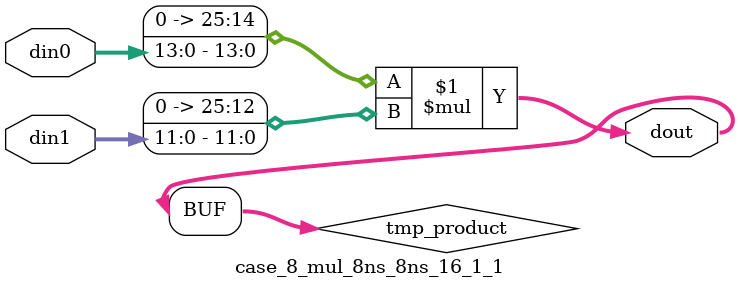
<source format=v>

`timescale 1 ns / 1 ps

 (* use_dsp = "no" *)  module case_8_mul_8ns_8ns_16_1_1(din0, din1, dout);
parameter ID = 1;
parameter NUM_STAGE = 0;
parameter din0_WIDTH = 14;
parameter din1_WIDTH = 12;
parameter dout_WIDTH = 26;

input [din0_WIDTH - 1 : 0] din0; 
input [din1_WIDTH - 1 : 0] din1; 
output [dout_WIDTH - 1 : 0] dout;

wire signed [dout_WIDTH - 1 : 0] tmp_product;
























assign tmp_product = $signed({1'b0, din0}) * $signed({1'b0, din1});











assign dout = tmp_product;





















endmodule

</source>
